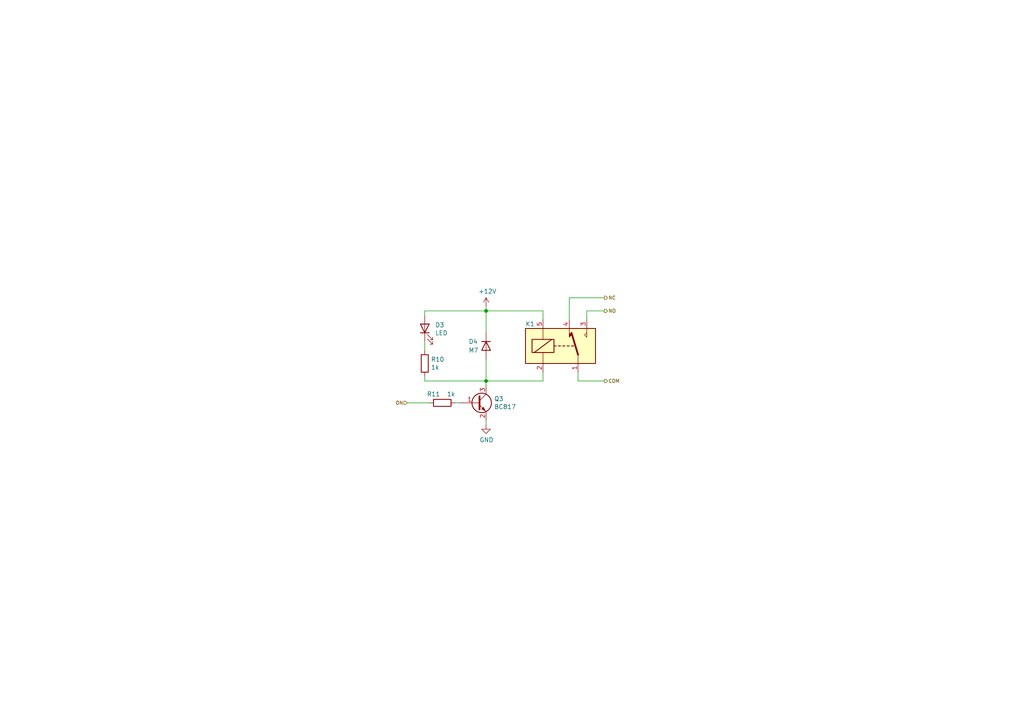
<source format=kicad_sch>
(kicad_sch (version 20230121) (generator eeschema)
  (paper "User" 297.002 210.007)
  (title_block (title "ESP-MAP (Standalone UPS Monitor)") (date "2024-01-07") (rev "rev01") (comment 1 "https://github.com/enriquewph/esp-map"))
  (lib_symbols
    (symbol "Device:LED" (pin_numbers hide) (pin_names (offset 1.016) hide)
      (property "Reference" "D" (at 0 2.54 0))
      (property "Value" "LED" (at 0 -2.54 0))
      (symbol "LED_0_1"
        (polyline (pts (xy -1.27 -1.27) (xy -1.27 1.27)) (stroke (width 0.254)))
        (polyline (pts (xy -1.27 0) (xy 1.27 0)))
        (polyline (pts (xy 1.27 -1.27) (xy 1.27 1.27) (xy -1.27 0) (xy 1.27 -1.27)) (stroke (width 0.254)))
        (polyline (pts (xy -3.048 -0.762) (xy -4.572 -2.286) (xy -3.81 -2.286) (xy -4.572 -2.286) (xy -4.572 -1.524)))
        (polyline (pts (xy -1.778 -0.762) (xy -3.302 -2.286) (xy -2.54 -2.286) (xy -3.302 -2.286) (xy -3.302 -1.524)))
      )
      (symbol "LED_1_1"
        (pin passive line (at -3.81 0 0) (length 2.54) (name "K") (number "1"))
        (pin passive line (at 3.81 0 180) (length 2.54) (name "A") (number "2"))
      )
    )
    (symbol "Device:R" (pin_numbers hide) (pin_names (offset 0))
      (property "Reference" "R" (at 2.032 0 90))
      (property "Value" "R" (at 0 0 90))
      (symbol "R_0_1"
        (rectangle (start -1.016 -2.54) (end 1.016 2.54) (stroke (width 0.254)))
      )
      (symbol "R_1_1"
        (pin passive line (at 0 3.81 270) (length 1.27) (name "~") (number "1"))
        (pin passive line (at 0 -3.81 90) (length 1.27) (name "~") (number "2"))
      )
    )
    (symbol "Diode:1N4007" (pin_numbers hide) (pin_names hide)
      (property "Reference" "D" (at 0 2.54 0))
      (property "Value" "1N4007" (at 0 -2.54 0))
      (symbol "1N4007_0_1"
        (polyline (pts (xy -1.27 1.27) (xy -1.27 -1.27)) (stroke (width 0.254)))
        (polyline (pts (xy 1.27 0) (xy -1.27 0)))
        (polyline (pts (xy 1.27 1.27) (xy 1.27 -1.27) (xy -1.27 0) (xy 1.27 1.27)) (stroke (width 0.254)))
      )
      (symbol "1N4007_1_1"
        (pin passive line (at -3.81 0 0) (length 2.54) (name "K") (number "1"))
        (pin passive line (at 3.81 0 180) (length 2.54) (name "A") (number "2"))
      )
    )
    (symbol "Relay:SANYOU_SRD_Form_C"
      (property "Reference" "K" (at 11.43 3.81 0))
      (property "Value" "SANYOU_SRD_Form_C" (at 11.43 1.27 0))
      (symbol "SANYOU_SRD_Form_C_0_0"
        (polyline (pts (xy 7.62 5.08) (xy 7.62 2.54) (xy 6.985 3.175) (xy 7.62 3.81)))
      )
      (symbol "SANYOU_SRD_Form_C_0_1"
        (rectangle (start -10.16 5.08) (end 10.16 -5.08) (stroke (width 0.254)) (fill (type background)))
        (rectangle (start -8.255 1.905) (end -1.905 -1.905) (stroke (width 0.254)))
        (polyline (pts (xy -7.62 -1.905) (xy -2.54 1.905)) (stroke (width 0.254)))
        (polyline (pts (xy -5.08 -5.08) (xy -5.08 -1.905)))
        (polyline (pts (xy -5.08 5.08) (xy -5.08 1.905)))
        (polyline (pts (xy -1.905 0) (xy -1.27 0)) (stroke (width 0.254)))
        (polyline (pts (xy -0.635 0) (xy 0 0)) (stroke (width 0.254)))
        (polyline (pts (xy 0.635 0) (xy 1.27 0)) (stroke (width 0.254)))
        (polyline (pts (xy 1.905 0) (xy 2.54 0)) (stroke (width 0.254)))
        (polyline (pts (xy 3.175 0) (xy 3.81 0)) (stroke (width 0.254)))
        (polyline (pts (xy 5.08 -2.54) (xy 3.175 3.81)) (stroke (width 0.508)))
        (polyline (pts (xy 5.08 -2.54) (xy 5.08 -5.08)))
      )
      (symbol "SANYOU_SRD_Form_C_1_1"
        (polyline (pts (xy 2.54 3.81) (xy 3.175 3.175) (xy 2.54 2.54) (xy 2.54 5.08)) (fill (type outline)))
        (pin passive line (at 5.08 -7.62 90) (length 2.54) (name "~") (number "1"))
        (pin passive line (at -5.08 -7.62 90) (length 2.54) (name "~") (number "2"))
        (pin passive line (at 7.62 7.62 270) (length 2.54) (name "~") (number "3"))
        (pin passive line (at 2.54 7.62 270) (length 2.54) (name "~") (number "4"))
        (pin passive line (at -5.08 7.62 270) (length 2.54) (name "~") (number "5"))
      )
    )
    (symbol "Transistor_BJT:BC817" (pin_names (offset 0) hide)
      (property "Reference" "Q" (at 5.08 1.905 0))
      (property "Value" "BC817" (at 5.08 0 0))
      (symbol "BC817_0_1"
        (polyline (pts (xy 0.635 0.635) (xy 2.54 2.54)))
        (polyline (pts (xy 0.635 -0.635) (xy 2.54 -2.54) (xy 2.54 -2.54)))
        (polyline (pts (xy 0.635 1.905) (xy 0.635 -1.905) (xy 0.635 -1.905)) (stroke (width 0.508)))
        (polyline (pts (xy 1.27 -1.778) (xy 1.778 -1.27) (xy 2.286 -2.286) (xy 1.27 -1.778) (xy 1.27 -1.778)) (fill (type outline)))
        (circle (center 1.27 0) (radius 2.8194) (stroke (width 0.254)))
      )
      (symbol "BC817_1_1"
        (pin input line (at -5.08 0 0) (length 5.715) (name "B") (number "1"))
        (pin passive line (at 2.54 -5.08 90) (length 2.54) (name "E") (number "2"))
        (pin passive line (at 2.54 5.08 270) (length 2.54) (name "C") (number "3"))
      )
    )
    (symbol "power:+12V" (power) (pin_names (offset 0))
      (property "Value" "+12V" (at 0 3.556 0))
      (symbol "+12V_0_1"
        (polyline (pts (xy -0.762 1.27) (xy 0 2.54)))
        (polyline (pts (xy 0 0) (xy 0 2.54)))
        (polyline (pts (xy 0 2.54) (xy 0.762 1.27)))
      )
      (symbol "+12V_1_1"
        (pin power_in line (at 0 0 90) (length 0) hide (name "+12V") (number "1"))
      )
    )
    (symbol "power:GND" (power) (pin_names (offset 0))
      (property "Value" "GND" (at 0 -3.81 0))
      (symbol "GND_0_1"
        (polyline (pts (xy 0 0) (xy 0 -1.27) (xy 1.27 -1.27) (xy 0 -2.54) (xy -1.27 -1.27) (xy 0 -1.27)))
      )
      (symbol "GND_1_1"
        (pin power_in line (at 0 0 270) (length 0) hide (name "GND") (number "1"))
      )
    )
  )
  (junction (at 140.97 90.17))
  (junction (at 140.97 110.49))
  (wire (pts (xy 175.26 86.36) (xy 165.1 86.36)))
  (wire (pts (xy 123.19 110.49) (xy 140.97 110.49)))
  (wire (pts (xy 157.48 107.95) (xy 157.48 110.49)))
  (wire (pts (xy 170.18 90.17) (xy 170.18 92.71)))
  (wire (pts (xy 123.19 91.44) (xy 123.19 90.17)))
  (wire (pts (xy 123.19 101.6) (xy 123.19 99.06)))
  (wire (pts (xy 157.48 92.71) (xy 157.48 90.17)))
  (wire (pts (xy 140.97 110.49) (xy 140.97 104.14)))
  (wire (pts (xy 140.97 110.49) (xy 140.97 111.76)))
  (wire (pts (xy 140.97 90.17) (xy 140.97 88.9)))
  (wire (pts (xy 140.97 90.17) (xy 157.48 90.17)))
  (wire (pts (xy 175.26 110.49) (xy 167.64 110.49)))
  (wire (pts (xy 140.97 110.49) (xy 157.48 110.49)))
  (wire (pts (xy 140.97 96.52) (xy 140.97 90.17)))
  (wire (pts (xy 165.1 86.36) (xy 165.1 92.71)))
  (wire (pts (xy 118.11 116.84) (xy 124.46 116.84)))
  (wire (pts (xy 140.97 123.19) (xy 140.97 121.92)))
  (wire (pts (xy 133.35 116.84) (xy 132.08 116.84)))
  (wire (pts (xy 123.19 109.22) (xy 123.19 110.49)))
  (wire (pts (xy 123.19 90.17) (xy 140.97 90.17)))
  (wire (pts (xy 167.64 110.49) (xy 167.64 107.95)))
  (wire (pts (xy 175.26 90.17) (xy 170.18 90.17)))
  (hierarchical_label "NO" (shape output) (at 175.26 90.17 0) (effects (font (size 0.9906 0.9906))))
  (hierarchical_label "COM" (shape output) (at 175.26 110.49 0) (effects (font (size 0.9906 0.9906))))
  (hierarchical_label "NC" (shape output) (at 175.26 86.36 0) (effects (font (size 0.9906 0.9906))))
  (hierarchical_label "ON" (shape input) (at 118.11 116.84 180) (effects (font (size 0.9906 0.9906))))
  (symbol (lib_id "Transistor_BJT:BC817") (at 138.43 116.84 0) (unit 1)
    (property "Reference" "Q3" (at 143.2814 115.6716 0) (effects (justify left)))
    (property "Value" "BC817" (at 143.2814 117.983 0) (effects (justify left)))
    (property "Footprint" "Package_TO_SOT_SMD:SOT-23" (effects hide))
    (property "Datasheet" "https://www.onsemi.com/pub/Collateral/BC817-16LT1-D.PDF" (effects hide))
    (property "manf#" "SBC817-40LT1G" (effects hide))
    (instances (project "UPSMonitorStandalone_rev01" (path "" (reference "Q3") (unit 1)) (path "" (reference "Q4") (unit 1)) (path "" (reference "Q5") (unit 1))))
  )
  (symbol (lib_id "Device:R") (at 128.27 116.84 270) (unit 1)
    (property "Reference" "R11" (at 125.73 114.3 90))
    (property "Value" "1k" (at 130.81 114.3 90))
    (property "Footprint" "Resistor_SMD:R_1206_3216Metric" (effects hide))
    (property "Datasheet" "https://www.yageo.com/upload/media/product/productsearch/datasheet/rchip/PYu-RC_Group_51_RoHS_L_11.pdf" (effects hide))
    (property "manf#" "RC1206FR-071KL" (effects hide))
    (instances (project "UPSMonitorStandalone_rev01" (path "" (reference "R11") (unit 1)) (path "" (reference "R13") (unit 1)) (path "" (reference "R15") (unit 1))))
  )
  (symbol (lib_id "Diode:1N4007") (at 140.97 100.33 270) (unit 1)
    (property "Reference" "D4" (at 135.89 99.06 90) (effects (justify left)))
    (property "Value" "M7" (at 135.89 101.6 90) (effects (justify left)))
    (property "Footprint" "Diode_SMD:D_SMA_Handsoldering" (effects hide))
    (property "Datasheet" "https://www.vtrons.com/images/DIODE%20M7.pdf" (effects hide))
    (property "manf#" "M7" (effects hide))
    (property "Sim.Device" "D" (effects hide))
    (property "Sim.Pins" "1=K 2=A" (effects hide))
    (instances (project "UPSMonitorStandalone_rev01" (path "" (reference "D4") (unit 1)) (path "" (reference "D6") (unit 1)) (path "" (reference "D8") (unit 1))))
  )
  (symbol (lib_id "power:GND") (at 140.97 123.19 0) (unit 1)
    (property "Reference" "#PWR038" (effects hide))
    (property "Value" "GND" (at 141.097 127.5842 0))
    (instances (project "UPSMonitorStandalone_rev01" (path "" (reference "#PWR038") (unit 1)) (path "" (reference "#PWR040") (unit 1)) (path "" (reference "#PWR042") (unit 1))))
  )
  (symbol (lib_id "power:+12V") (at 140.97 88.9 0) (unit 1)
    (property "Reference" "#PWR037" (effects hide))
    (property "Value" "+12V" (at 141.351 84.5058 0))
    (instances (project "UPSMonitorStandalone_rev01" (path "" (reference "#PWR037") (unit 1)) (path "" (reference "#PWR039") (unit 1)) (path "" (reference "#PWR041") (unit 1))))
  )
  (symbol (lib_id "Relay:SANYOU_SRD_Form_C") (at 162.56 100.33 0) (unit 1)
    (property "Reference" "K1" (at 152.4 93.98 0) (effects (justify left)))
    (property "Value" "RELAY" (effects hide))
    (property "Footprint" "Relay_THT:Relay_SPDT_SANYOU_SRD_Series_Form_C" (effects hide))
    (property "Datasheet" "https://omronfs.omron.com/en_US/ecb/products/pdf/en-g5le.pdf" (effects hide))
    (property "manf#" "G5LE-1-VDDC12" (effects hide))
    (instances (project "UPSMonitorStandalone_rev01" (path "" (reference "K1") (unit 1)) (path "" (reference "K2") (unit 1)) (path "" (reference "K3") (unit 1))))
  )
  (symbol (lib_id "Device:LED") (at 123.19 95.25 90) (unit 1)
    (property "Reference" "D3" (at 126.1872 94.2594 90) (effects (justify right)))
    (property "Value" "LED" (at 126.1872 96.5708 90) (effects (justify right)))
    (property "Footprint" "LED_SMD:LED_1206_3216Metric" (effects hide))
    (property "Datasheet" "https://media.digikey.com/pdf/Data%20Sheets/Stanley%20Electric%20PDFs/1101W_Series.pdf" (effects hide))
    (property "manf#" "BR1101W-TR" (effects hide))
    (instances (project "UPSMonitorStandalone_rev01" (path "" (reference "D3") (unit 1)) (path "" (reference "D5") (unit 1)) (path "" (reference "D7") (unit 1))))
  )
  (symbol (lib_id "Device:R") (at 123.19 105.41 0) (unit 1)
    (property "Reference" "R10" (at 124.968 104.2416 0) (effects (justify left)))
    (property "Value" "1k" (at 124.968 106.553 0) (effects (justify left)))
    (property "Footprint" "Resistor_SMD:R_1206_3216Metric" (effects hide))
    (property "Datasheet" "https://www.yageo.com/upload/media/product/productsearch/datasheet/rchip/PYu-RC_Group_51_RoHS_L_11.pdf" (effects hide))
    (property "manf#" "RC1206FR-071KL" (effects hide))
    (instances (project "UPSMonitorStandalone_rev01" (path "" (reference "R10") (unit 1)) (path "" (reference "R12") (unit 1)) (path "" (reference "R14") (unit 1))))
  )
)
</source>
